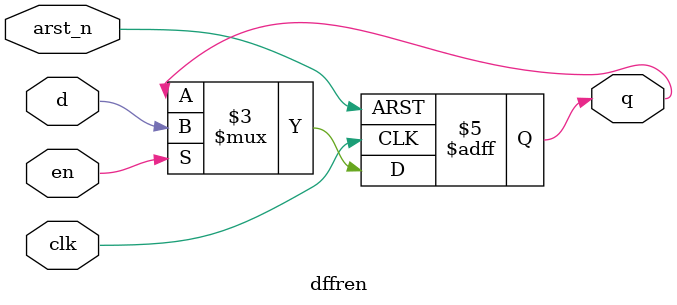
<source format=sv>

`include "common_defs.vh"

module dffren #(
  // Register width
  parameter int W = 1
  // Initial reset value
, parameter logic [W - 1:0] INIT = 'b0
) (
// -------------------------------------------------------------------------- //
// Register Interface
  input [W - 1:0]                     d
, input                               en
//
, output logic [W - 1:0]              q

// -------------------------------------------------------------------------- //
// Clk
, input                               arst_n
, input                               clk
);

always_ff @(posedge clk or negedge arst_n)
  if (~arst_n)
    q <= INIT;
  else if (en)
    q <= d;

endmodule : dffren

</source>
